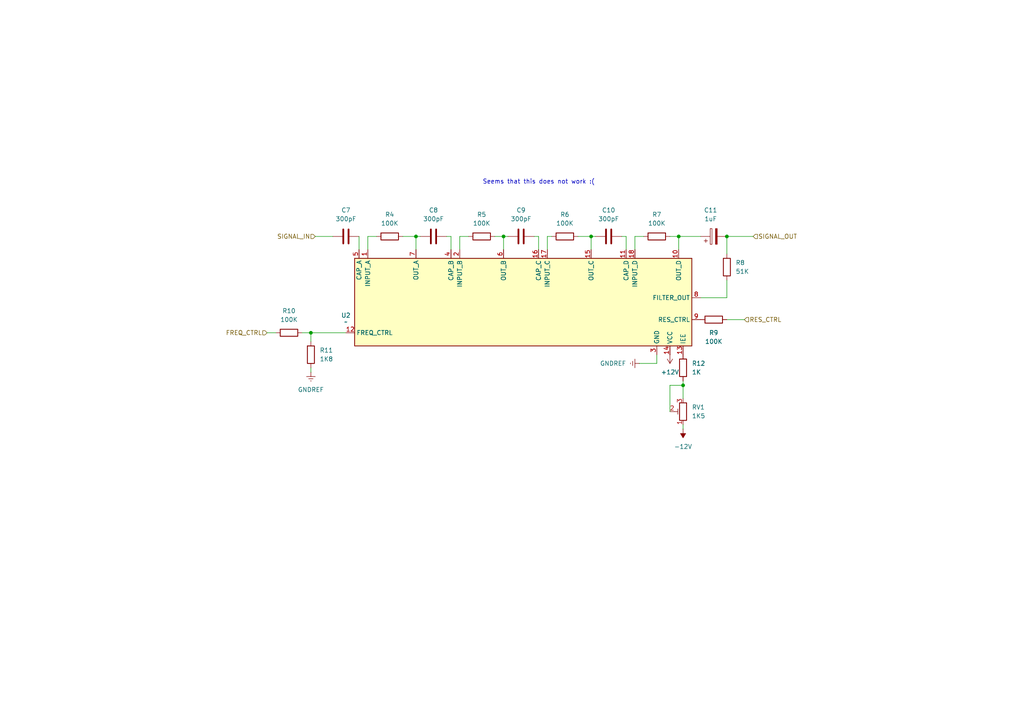
<source format=kicad_sch>
(kicad_sch (version 20231120) (generator "eeschema") (generator_version "8.0")
  (paper "A4")
  (lib_symbols
    (symbol "Device:C_Polarized" (pin_numbers hide) (pin_names (offset 0.254))
      (property "Reference" "C" (at 0.635 2.54 0))
      (property "Value" "C_Polarized" (at 0.635 -2.54 0))
      (symbol "C_Polarized_0_1"
        (rectangle (start -2.286 0.508) (end 2.286 1.016))
        (polyline (pts (xy -1.778 2.286) (xy -0.762 2.286)))
        (polyline (pts (xy -1.27 2.794) (xy -1.27 1.778)))
        (rectangle (start 2.286 -0.508) (end -2.286 -1.016) (fill (type outline)))
      )
      (symbol "C_Polarized_1_1"
        (pin passive line (at 0 3.81 270) (length 2.794) (name "~") (number "1"))
        (pin passive line (at 0 -3.81 90) (length 2.794) (name "~") (number "2"))
      )
    )
    (symbol "Device:R" (pin_numbers hide) (pin_names (offset 0))
      (property "Reference" "R" (at 2.032 0 90))
      (property "Value" "R" (at 0 0 90))
      (symbol "R_0_1"
        (rectangle (start -1.016 -2.54) (end 1.016 2.54) (stroke (width 0.254)))
      )
      (symbol "R_1_1"
        (pin passive line (at 0 3.81 270) (length 1.27) (name "~") (number "1"))
        (pin passive line (at 0 -3.81 90) (length 1.27) (name "~") (number "2"))
      )
    )
    (symbol "power:+12V" (power) (pin_numbers hide) (pin_names (offset 0) hide)
      (property "Value" "+12V" (at 0 3.556 0))
      (symbol "+12V_0_1"
        (polyline (pts (xy -0.762 1.27) (xy 0 2.54)))
        (polyline (pts (xy 0 0) (xy 0 2.54)))
        (polyline (pts (xy 0 2.54) (xy 0.762 1.27)))
      )
      (symbol "+12V_1_1"
        (pin power_in line (at 0 0 90) (length 0) (name "~") (number "1"))
      )
    )
    (symbol "power:-12V" (power) (pin_numbers hide) (pin_names (offset 0) hide)
      (property "Value" "-12V" (at 0 3.556 0))
      (symbol "-12V_0_0"
        (pin power_in line (at 0 0 90) (length 0) (name "~") (number "1"))
      )
      (symbol "-12V_0_1"
        (polyline (pts (xy 0 0) (xy 0 1.27) (xy 0.762 1.27) (xy 0 2.54) (xy -0.762 1.27) (xy 0 1.27)) (fill (type outline)))
      )
    )
    (symbol "power:GNDREF" (power) (pin_numbers hide) (pin_names (offset 0) hide)
      (property "Value" "GNDREF" (at 0 -3.81 0))
      (symbol "GNDREF_0_1"
        (polyline (pts (xy -0.635 -1.905) (xy 0.635 -1.905)))
        (polyline (pts (xy -0.127 -2.54) (xy 0.127 -2.54)))
        (polyline (pts (xy 0 -1.27) (xy 0 0)))
        (polyline (pts (xy 1.27 -1.27) (xy -1.27 -1.27)))
      )
      (symbol "GNDREF_1_1"
        (pin power_in line (at 0 0 270) (length 0) (name "~") (number "1"))
      )
    )
    (symbol "synth:CEM3320_high-pass"
      (property "Reference" "U" (at 11.176 13.716 0))
      (symbol "CEM3320_high-pass_0_1"
        (rectangle (start -48.26 12.7) (end 49.53 -12.7) (stroke (width 0.254)) (fill (type background)))
      )
      (symbol "CEM3320_high-pass_1_1"
        (pin input line (at -44.45 15.24 270) (length 2.54) (name "INPUT_A") (number "1"))
        (pin output line (at 45.72 15.24 270) (length 2.54) (name "OUT_D") (number "10"))
        (pin passive line (at 30.48 15.24 270) (length 2.54) (name "CAP_D") (number "11"))
        (pin input line (at -50.8 -8.89 0) (length 2.54) (name "FREQ_CTRL") (number "12"))
        (pin power_in line (at 46.99 -15.24 90) (length 2.54) (name "IEE") (number "13"))
        (pin power_in line (at 43.18 -15.24 90) (length 2.54) (name "VCC") (number "14"))
        (pin output line (at 20.32 15.24 270) (length 2.54) (name "OUT_C") (number "15"))
        (pin passive line (at 5.08 15.24 270) (length 2.54) (name "CAP_C") (number "16"))
        (pin input line (at 7.62 15.24 270) (length 2.54) (name "INPUT_C") (number "17"))
        (pin input line (at 33.02 15.24 270) (length 2.54) (name "INPUT_D") (number "18"))
        (pin input line (at -17.78 15.24 270) (length 2.54) (name "INPUT_B") (number "2"))
        (pin power_in line (at 39.37 -15.24 90) (length 2.54) (name "GND") (number "3"))
        (pin passive line (at -20.32 15.24 270) (length 2.54) (name "CAP_B") (number "4"))
        (pin passive line (at -46.99 15.24 270) (length 2.54) (name "CAP_A") (number "5"))
        (pin output line (at -5.08 15.24 270) (length 2.54) (name "OUT_B") (number "6"))
        (pin output line (at -30.48 15.24 270) (length 2.54) (name "OUT_A") (number "7"))
        (pin output line (at 52.07 1.27 180) (length 2.54) (name "FILTER_OUT") (number "8"))
        (pin input line (at 52.07 -5.08 180) (length 2.54) (name "RES_CTRL") (number "9"))
      )
    )
    (symbol "synth:C_sm (MKS)" (pin_numbers hide) (pin_names (offset 0.254))
      (property "Reference" "C" (at 2.794 1.27 0))
      (property "Value" "C_sm (MKS)" (at 2.794 -1.016 0))
      (symbol "C_sm (MKS)_0_1"
        (polyline (pts (xy -2.032 -0.762) (xy 2.032 -0.762)) (stroke (width 0.508)))
        (polyline (pts (xy -2.032 0.762) (xy 2.032 0.762)) (stroke (width 0.508)))
      )
      (symbol "C_sm (MKS)_1_1"
        (pin passive line (at 0 3.81 270) (length 2.794) (name "~") (number "1"))
        (pin passive line (at 0 -3.81 90) (length 2.794) (name "~") (number "2"))
      )
    )
    (symbol "synth:R_Potentiometer_Trim (Bourns)" (pin_names (offset 1.016) hide)
      (property "Reference" "RV" (at -4.445 0 90))
      (property "Value" "R_Potentiometer_Trim (Bourns)" (at -2.54 0 90))
      (symbol "R_Potentiometer_Trim (Bourns)_0_1"
        (polyline (pts (xy 1.524 0.762) (xy 1.524 -0.762)))
        (polyline (pts (xy 2.54 0) (xy 1.524 0)))
        (rectangle (start 1.016 2.54) (end -1.016 -2.54) (stroke (width 0.254)))
      )
      (symbol "R_Potentiometer_Trim (Bourns)_1_1"
        (pin passive line (at 0 3.81 270) (length 1.27) (name "1") (number "1"))
        (pin passive line (at 3.81 0 180) (length 1.27) (name "2") (number "2"))
        (pin passive line (at 0 -3.81 90) (length 1.27) (name "3") (number "3"))
      )
    )
  )
  (junction (at 90.17 96.52))
  (junction (at 196.85 68.58))
  (junction (at 210.82 68.58))
  (junction (at 198.12 111.76))
  (junction (at 171.45 68.58))
  (junction (at 120.65 68.58))
  (junction (at 146.05 68.58))
  (wire (pts (xy 185.42 105.41) (xy 190.5 105.41)))
  (wire (pts (xy 196.85 68.58) (xy 194.31 68.58)))
  (wire (pts (xy 154.94 68.58) (xy 156.21 68.58)))
  (wire (pts (xy 196.85 68.58) (xy 203.2 68.58)))
  (wire (pts (xy 194.31 119.38) (xy 194.31 111.76)))
  (wire (pts (xy 90.17 106.68) (xy 90.17 107.95)))
  (wire (pts (xy 91.44 68.58) (xy 96.52 68.58)))
  (wire (pts (xy 198.12 124.46) (xy 198.12 123.19)))
  (wire (pts (xy 121.92 68.58) (xy 120.65 68.58)))
  (wire (pts (xy 196.85 72.39) (xy 196.85 68.58)))
  (wire (pts (xy 106.68 72.39) (xy 106.68 68.58)))
  (wire (pts (xy 210.82 68.58) (xy 210.82 73.66)))
  (wire (pts (xy 130.81 68.58) (xy 130.81 72.39)))
  (wire (pts (xy 156.21 68.58) (xy 156.21 72.39)))
  (wire (pts (xy 218.44 68.58) (xy 210.82 68.58)))
  (wire (pts (xy 80.01 96.52) (xy 77.47 96.52)))
  (wire (pts (xy 87.63 96.52) (xy 90.17 96.52)))
  (wire (pts (xy 171.45 68.58) (xy 171.45 72.39)))
  (wire (pts (xy 184.15 72.39) (xy 184.15 68.58)))
  (wire (pts (xy 194.31 111.76) (xy 198.12 111.76)))
  (wire (pts (xy 146.05 68.58) (xy 147.32 68.58)))
  (wire (pts (xy 116.84 68.58) (xy 120.65 68.58)))
  (wire (pts (xy 129.54 68.58) (xy 130.81 68.58)))
  (wire (pts (xy 190.5 105.41) (xy 190.5 102.87)))
  (wire (pts (xy 167.64 68.58) (xy 171.45 68.58)))
  (wire (pts (xy 171.45 68.58) (xy 172.72 68.58)))
  (wire (pts (xy 90.17 96.52) (xy 100.33 96.52)))
  (wire (pts (xy 90.17 99.06) (xy 90.17 96.52)))
  (wire (pts (xy 106.68 68.58) (xy 109.22 68.58)))
  (wire (pts (xy 133.35 68.58) (xy 135.89 68.58)))
  (wire (pts (xy 104.14 68.58) (xy 104.14 72.39)))
  (wire (pts (xy 143.51 68.58) (xy 146.05 68.58)))
  (wire (pts (xy 184.15 68.58) (xy 186.69 68.58)))
  (wire (pts (xy 215.9 92.71) (xy 210.82 92.71)))
  (wire (pts (xy 198.12 110.49) (xy 198.12 111.76)))
  (wire (pts (xy 120.65 68.58) (xy 120.65 72.39)))
  (wire (pts (xy 181.61 68.58) (xy 181.61 72.39)))
  (wire (pts (xy 198.12 111.76) (xy 198.12 115.57)))
  (wire (pts (xy 180.34 68.58) (xy 181.61 68.58)))
  (wire (pts (xy 158.75 72.39) (xy 158.75 68.58)))
  (wire (pts (xy 158.75 68.58) (xy 160.02 68.58)))
  (wire (pts (xy 203.2 86.36) (xy 210.82 86.36)))
  (wire (pts (xy 146.05 68.58) (xy 146.05 72.39)))
  (wire (pts (xy 133.35 72.39) (xy 133.35 68.58)))
  (wire (pts (xy 210.82 86.36) (xy 210.82 81.28)))
  (text "Seems that this does not work :( " (at 156.718 52.832 0) (effects (font (size 1.27 1.27))))
  (hierarchical_label "RES_CTRL" (shape input) (at 215.9 92.71 0))
  (hierarchical_label "SIGNAL_IN" (shape input) (at 91.44 68.58 180))
  (hierarchical_label "SIGNAL_OUT" (shape input) (at 218.44 68.58 0))
  (hierarchical_label "FREQ_CTRL" (shape input) (at 77.47 96.52 180))
  (symbol (lib_id "Device:R") (at 113.03 68.58 270) (unit 1)
    (property "Reference" "R4" (at 113.03 62.23 90))
    (property "Value" "100K" (at 113.03 64.77 90))
    (property "Footprint" "Synth:R_Default (DIN0207)" (effects (hide yes)))
    (property "Description" "Resistor" (effects (hide yes)))
  )
  (symbol (lib_id "synth:C_sm (MKS)") (at 100.33 68.58 270) (unit 1)
    (property "Reference" "C7" (at 100.33 60.96 90))
    (property "Value" "300pF" (at 100.33 63.5 90))
    (property "Footprint" "Synth:C_RECT_WIMA_0.1uF" (effects (hide yes)))
    (property "Description" "Unpolarized capacitor" (effects (hide yes)))
  )
  (symbol (lib_id "Device:R") (at 190.5 68.58 270) (unit 1)
    (property "Reference" "R7" (at 190.5 62.23 90))
    (property "Value" "100K" (at 190.5 64.77 90))
    (property "Footprint" "Synth:R_Default (DIN0207)" (effects (hide yes)))
    (property "Description" "Resistor" (effects (hide yes)))
  )
  (symbol (lib_id "power:GNDREF") (at 185.42 105.41 270) (unit 1)
    (property "Reference" "#PWR029" (effects (hide yes)))
    (property "Value" "GNDREF" (at 181.61 105.4099 90) (effects (justify right)))
    (property "Description" "Power symbol creates a global label with name \"GNDREF\" , reference supply ground" (effects (hide yes)))
  )
  (symbol (lib_id "Device:C_Polarized") (at 207.01 68.58 90) (unit 1)
    (property "Reference" "C11" (at 206.121 60.96 90))
    (property "Value" "1uF" (at 206.121 63.5 90))
    (property "Footprint" "Capacitor_THT:CP_Radial_D4.0mm_P2.00mm" (effects (hide yes)))
    (property "Description" "Polarized capacitor" (effects (hide yes)))
  )
  (symbol (lib_id "Device:R") (at 90.17 102.87 180) (unit 1)
    (property "Reference" "R11" (at 92.71 101.5999 0) (effects (justify right)))
    (property "Value" "1K8" (at 92.71 104.1399 0) (effects (justify right)))
    (property "Footprint" "Synth:R_Default (DIN0207)" (effects (hide yes)))
    (property "Description" "Resistor" (effects (hide yes)))
  )
  (symbol (lib_id "power:+12V") (at 194.31 102.87 180) (unit 1)
    (property "Reference" "#PWR028" (effects (hide yes)))
    (property "Value" "+12V" (at 194.31 107.95 0))
    (property "Description" "Power symbol creates a global label with name \"+12V\"" (effects (hide yes)))
  )
  (symbol (lib_id "Device:R") (at 207.01 92.71 270) (unit 1)
    (property "Reference" "R9" (at 207.01 96.52 90))
    (property "Value" "100K" (at 207.01 99.06 90))
    (property "Footprint" "Synth:R_Default (DIN0207)" (effects (hide yes)))
    (property "Description" "Resistor" (effects (hide yes)))
  )
  (symbol (lib_id "synth:CEM3320_high-pass") (at 151.13 87.63 0) (unit 1)
    (property "Reference" "U2" (at 100.33 91.4714 0))
    (property "Value" "~" (at 100.33 93.3765 0))
    (property "Footprint" "Package_DIP:DIP-18_W7.62mm_Socket_LongPads" (effects (hide yes)))
    (property "Datasheet" "https://www.bustedgear.com/images/datasheets/CEM3320.pdf" (effects (hide yes)))
  )
  (symbol (lib_id "synth:C_sm (MKS)") (at 151.13 68.58 270) (unit 1)
    (property "Reference" "C9" (at 151.13 60.96 90))
    (property "Value" "300pF" (at 151.13 63.5 90))
    (property "Footprint" "Synth:C_RECT_WIMA_0.1uF" (effects (hide yes)))
    (property "Description" "Unpolarized capacitor" (effects (hide yes)))
  )
  (symbol (lib_id "synth:C_sm (MKS)") (at 176.53 68.58 270) (unit 1)
    (property "Reference" "C10" (at 176.53 60.96 90))
    (property "Value" "300pF" (at 176.53 63.5 90))
    (property "Footprint" "Synth:C_RECT_WIMA_0.1uF" (effects (hide yes)))
    (property "Description" "Unpolarized capacitor" (effects (hide yes)))
  )
  (symbol (lib_id "power:GNDREF") (at 90.17 107.95 0) (unit 1)
    (property "Reference" "#PWR026" (effects (hide yes)))
    (property "Value" "GNDREF" (at 90.17 113.03 0))
    (property "Description" "Power symbol creates a global label with name \"GNDREF\" , reference supply ground" (effects (hide yes)))
  )
  (symbol (lib_id "Device:R") (at 139.7 68.58 270) (unit 1)
    (property "Reference" "R5" (at 139.7 62.23 90))
    (property "Value" "100K" (at 139.7 64.77 90))
    (property "Footprint" "Synth:R_Default (DIN0207)" (effects (hide yes)))
    (property "Description" "Resistor" (effects (hide yes)))
  )
  (symbol (lib_id "synth:C_sm (MKS)") (at 125.73 68.58 270) (unit 1)
    (property "Reference" "C8" (at 125.73 60.96 90))
    (property "Value" "300pF" (at 125.73 63.5 90))
    (property "Footprint" "Synth:C_RECT_WIMA_0.1uF" (effects (hide yes)))
    (property "Description" "Unpolarized capacitor" (effects (hide yes)))
  )
  (symbol (lib_id "power:-12V") (at 198.12 124.46 180) (unit 1)
    (property "Reference" "#PWR027" (effects (hide yes)))
    (property "Value" "-12V" (at 198.12 129.54 0))
    (property "Description" "Power symbol creates a global label with name \"-12V\"" (effects (hide yes)))
  )
  (symbol (lib_id "Device:R") (at 83.82 96.52 90) (unit 1)
    (property "Reference" "R10" (at 83.82 90.17 90))
    (property "Value" "100K" (at 83.82 92.71 90))
    (property "Footprint" "Synth:R_Default (DIN0207)" (effects (hide yes)))
    (property "Description" "Resistor" (effects (hide yes)))
  )
  (symbol (lib_id "Device:R") (at 198.12 106.68 0) (unit 1)
    (property "Reference" "R12" (at 200.66 105.4099 0) (effects (justify left)))
    (property "Value" "1K" (at 200.66 107.9499 0) (effects (justify left)))
    (property "Footprint" "Synth:R_Default (DIN0207)" (effects (hide yes)))
    (property "Description" "Resistor" (effects (hide yes)))
  )
  (symbol (lib_id "Device:R") (at 210.82 77.47 180) (unit 1)
    (property "Reference" "R8" (at 213.36 76.1999 0) (effects (justify right)))
    (property "Value" "51K" (at 213.36 78.7399 0) (effects (justify right)))
    (property "Footprint" "Synth:R_Default (DIN0207)" (effects (hide yes)))
    (property "Description" "Resistor" (effects (hide yes)))
  )
  (symbol (lib_id "Device:R") (at 163.83 68.58 270) (unit 1)
    (property "Reference" "R6" (at 163.83 62.23 90))
    (property "Value" "100K" (at 163.83 64.77 90))
    (property "Footprint" "Synth:R_Default (DIN0207)" (effects (hide yes)))
    (property "Description" "Resistor" (effects (hide yes)))
  )
  (symbol (lib_id "synth:R_Potentiometer_Trim (Bourns)") (at 198.12 119.38 180) (unit 1)
    (property "Reference" "RV1" (at 200.66 118.1099 0) (effects (justify right)))
    (property "Value" "1K5" (at 200.66 120.6499 0) (effects (justify right)))
    (property "Footprint" "Potentiometer_THT:Potentiometer_Bourns_3296W_Vertical" (effects (hide yes)))
    (property "Description" "Trim-potentiometer" (effects (hide yes)))
  )
)
</source>
